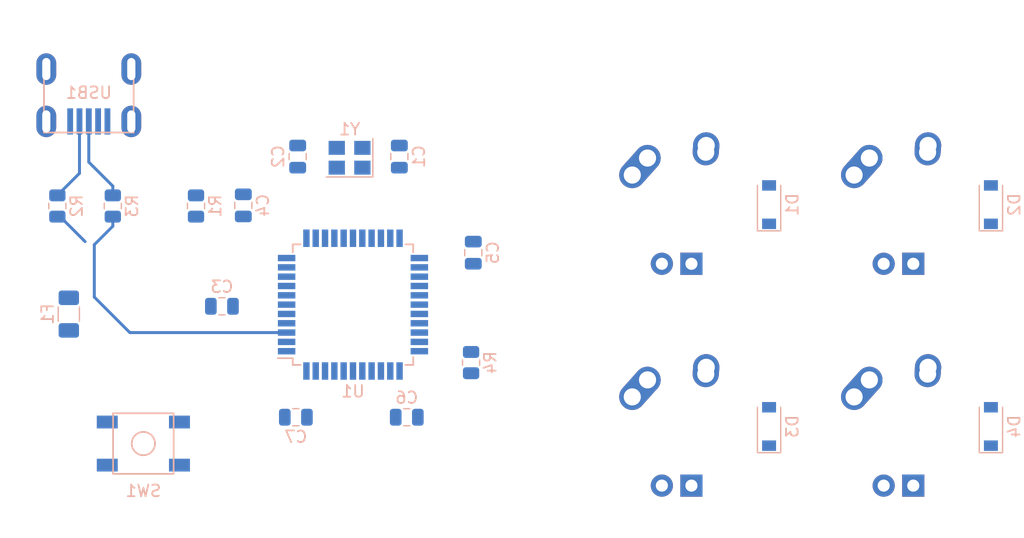
<source format=kicad_pcb>
(kicad_pcb (version 20171130) (host pcbnew "(5.1.9)-1")

  (general
    (thickness 1.6)
    (drawings 0)
    (tracks 12)
    (zones 0)
    (modules 24)
    (nets 49)
  )

  (page A4)
  (layers
    (0 F.Cu signal)
    (31 B.Cu signal)
    (32 B.Adhes user)
    (33 F.Adhes user)
    (34 B.Paste user)
    (35 F.Paste user)
    (36 B.SilkS user)
    (37 F.SilkS user)
    (38 B.Mask user)
    (39 F.Mask user)
    (40 Dwgs.User user)
    (41 Cmts.User user)
    (42 Eco1.User user)
    (43 Eco2.User user)
    (44 Edge.Cuts user)
    (45 Margin user)
    (46 B.CrtYd user)
    (47 F.CrtYd user)
    (48 B.Fab user)
    (49 F.Fab user)
  )

  (setup
    (last_trace_width 0.254)
    (trace_clearance 0.2)
    (zone_clearance 0.508)
    (zone_45_only no)
    (trace_min 0.2)
    (via_size 0.8)
    (via_drill 0.4)
    (via_min_size 0.4)
    (via_min_drill 0.3)
    (uvia_size 0.3)
    (uvia_drill 0.1)
    (uvias_allowed no)
    (uvia_min_size 0.2)
    (uvia_min_drill 0.1)
    (edge_width 0.05)
    (segment_width 0.2)
    (pcb_text_width 0.3)
    (pcb_text_size 1.5 1.5)
    (mod_edge_width 0.12)
    (mod_text_size 1 1)
    (mod_text_width 0.15)
    (pad_size 1.524 1.524)
    (pad_drill 0.762)
    (pad_to_mask_clearance 0)
    (aux_axis_origin 0 0)
    (visible_elements FFFFFF7F)
    (pcbplotparams
      (layerselection 0x010fc_ffffffff)
      (usegerberextensions false)
      (usegerberattributes true)
      (usegerberadvancedattributes true)
      (creategerberjobfile true)
      (excludeedgelayer true)
      (linewidth 0.100000)
      (plotframeref false)
      (viasonmask false)
      (mode 1)
      (useauxorigin false)
      (hpglpennumber 1)
      (hpglpenspeed 20)
      (hpglpendiameter 15.000000)
      (psnegative false)
      (psa4output false)
      (plotreference true)
      (plotvalue true)
      (plotinvisibletext false)
      (padsonsilk false)
      (subtractmaskfromsilk false)
      (outputformat 1)
      (mirror false)
      (drillshape 1)
      (scaleselection 1)
      (outputdirectory ""))
  )

  (net 0 "")
  (net 1 GND)
  (net 2 "Net-(C1-Pad1)")
  (net 3 "Net-(C2-Pad1)")
  (net 4 "Net-(C3-Pad1)")
  (net 5 +5V)
  (net 6 "Net-(D1-Pad2)")
  (net 7 ROW0)
  (net 8 "Net-(D2-Pad2)")
  (net 9 "Net-(D3-Pad2)")
  (net 10 ROW1)
  (net 11 "Net-(D4-Pad2)")
  (net 12 VCC)
  (net 13 COL0)
  (net 14 COL1)
  (net 15 "Net-(R1-Pad1)")
  (net 16 D+)
  (net 17 "Net-(R2-Pad1)")
  (net 18 D-)
  (net 19 "Net-(R3-Pad1)")
  (net 20 "Net-(R4-Pad2)")
  (net 21 "Net-(U1-Pad42)")
  (net 22 "Net-(U1-Pad41)")
  (net 23 "Net-(U1-Pad40)")
  (net 24 "Net-(U1-Pad39)")
  (net 25 "Net-(U1-Pad38)")
  (net 26 "Net-(U1-Pad37)")
  (net 27 "Net-(U1-Pad36)")
  (net 28 "Net-(U1-Pad32)")
  (net 29 "Net-(U1-Pad31)")
  (net 30 "Net-(U1-Pad30)")
  (net 31 "Net-(U1-Pad29)")
  (net 32 "Net-(U1-Pad28)")
  (net 33 "Net-(U1-Pad27)")
  (net 34 "Net-(U1-Pad26)")
  (net 35 "Net-(U1-Pad25)")
  (net 36 "Net-(U1-Pad22)")
  (net 37 "Net-(U1-Pad21)")
  (net 38 "Net-(U1-Pad20)")
  (net 39 "Net-(U1-Pad19)")
  (net 40 "Net-(U1-Pad18)")
  (net 41 "Net-(U1-Pad12)")
  (net 42 "Net-(U1-Pad11)")
  (net 43 "Net-(U1-Pad10)")
  (net 44 "Net-(U1-Pad9)")
  (net 45 "Net-(U1-Pad8)")
  (net 46 "Net-(U1-Pad1)")
  (net 47 "Net-(USB1-Pad6)")
  (net 48 "Net-(USB1-Pad2)")

  (net_class Default "This is the default net class."
    (clearance 0.2)
    (trace_width 0.254)
    (via_dia 0.8)
    (via_drill 0.4)
    (uvia_dia 0.3)
    (uvia_drill 0.1)
    (add_net COL0)
    (add_net COL1)
    (add_net D+)
    (add_net D-)
    (add_net "Net-(C1-Pad1)")
    (add_net "Net-(C2-Pad1)")
    (add_net "Net-(C3-Pad1)")
    (add_net "Net-(D1-Pad2)")
    (add_net "Net-(D2-Pad2)")
    (add_net "Net-(D3-Pad2)")
    (add_net "Net-(D4-Pad2)")
    (add_net "Net-(R1-Pad1)")
    (add_net "Net-(R2-Pad1)")
    (add_net "Net-(R3-Pad1)")
    (add_net "Net-(R4-Pad2)")
    (add_net "Net-(U1-Pad1)")
    (add_net "Net-(U1-Pad10)")
    (add_net "Net-(U1-Pad11)")
    (add_net "Net-(U1-Pad12)")
    (add_net "Net-(U1-Pad18)")
    (add_net "Net-(U1-Pad19)")
    (add_net "Net-(U1-Pad20)")
    (add_net "Net-(U1-Pad21)")
    (add_net "Net-(U1-Pad22)")
    (add_net "Net-(U1-Pad25)")
    (add_net "Net-(U1-Pad26)")
    (add_net "Net-(U1-Pad27)")
    (add_net "Net-(U1-Pad28)")
    (add_net "Net-(U1-Pad29)")
    (add_net "Net-(U1-Pad30)")
    (add_net "Net-(U1-Pad31)")
    (add_net "Net-(U1-Pad32)")
    (add_net "Net-(U1-Pad36)")
    (add_net "Net-(U1-Pad37)")
    (add_net "Net-(U1-Pad38)")
    (add_net "Net-(U1-Pad39)")
    (add_net "Net-(U1-Pad40)")
    (add_net "Net-(U1-Pad41)")
    (add_net "Net-(U1-Pad42)")
    (add_net "Net-(U1-Pad8)")
    (add_net "Net-(U1-Pad9)")
    (add_net "Net-(USB1-Pad2)")
    (add_net "Net-(USB1-Pad6)")
    (add_net ROW0)
    (add_net ROW1)
    (add_net VCC)
  )

  (net_class Power ""
    (clearance 0.2)
    (trace_width 0.381)
    (via_dia 0.8)
    (via_drill 0.4)
    (uvia_dia 0.3)
    (uvia_drill 0.1)
    (add_net +5V)
    (add_net GND)
  )

  (module Crystal:Crystal_SMD_3225-4Pin_3.2x2.5mm (layer B.Cu) (tedit 5A0FD1B2) (tstamp 60DE26D6)
    (at 41.7625 65.825 180)
    (descr "SMD Crystal SERIES SMD3225/4 http://www.txccrystal.com/images/pdf/7m-accuracy.pdf, 3.2x2.5mm^2 package")
    (tags "SMD SMT crystal")
    (path /60DEB17C)
    (attr smd)
    (fp_text reference Y1 (at 0 2.45) (layer B.SilkS)
      (effects (font (size 1 1) (thickness 0.15)) (justify mirror))
    )
    (fp_text value 16Mhz (at 0 -2.45) (layer B.Fab)
      (effects (font (size 1 1) (thickness 0.15)) (justify mirror))
    )
    (fp_text user %R (at 0 0) (layer B.Fab)
      (effects (font (size 0.7 0.7) (thickness 0.105)) (justify mirror))
    )
    (fp_line (start -1.6 1.25) (end -1.6 -1.25) (layer B.Fab) (width 0.1))
    (fp_line (start -1.6 -1.25) (end 1.6 -1.25) (layer B.Fab) (width 0.1))
    (fp_line (start 1.6 -1.25) (end 1.6 1.25) (layer B.Fab) (width 0.1))
    (fp_line (start 1.6 1.25) (end -1.6 1.25) (layer B.Fab) (width 0.1))
    (fp_line (start -1.6 -0.25) (end -0.6 -1.25) (layer B.Fab) (width 0.1))
    (fp_line (start -2 1.65) (end -2 -1.65) (layer B.SilkS) (width 0.12))
    (fp_line (start -2 -1.65) (end 2 -1.65) (layer B.SilkS) (width 0.12))
    (fp_line (start -2.1 1.7) (end -2.1 -1.7) (layer B.CrtYd) (width 0.05))
    (fp_line (start -2.1 -1.7) (end 2.1 -1.7) (layer B.CrtYd) (width 0.05))
    (fp_line (start 2.1 -1.7) (end 2.1 1.7) (layer B.CrtYd) (width 0.05))
    (fp_line (start 2.1 1.7) (end -2.1 1.7) (layer B.CrtYd) (width 0.05))
    (pad 4 smd rect (at -1.1 0.85 180) (size 1.4 1.2) (layers B.Cu B.Paste B.Mask)
      (net 1 GND))
    (pad 3 smd rect (at 1.1 0.85 180) (size 1.4 1.2) (layers B.Cu B.Paste B.Mask)
      (net 3 "Net-(C2-Pad1)"))
    (pad 2 smd rect (at 1.1 -0.85 180) (size 1.4 1.2) (layers B.Cu B.Paste B.Mask)
      (net 1 GND))
    (pad 1 smd rect (at -1.1 -0.85 180) (size 1.4 1.2) (layers B.Cu B.Paste B.Mask)
      (net 2 "Net-(C1-Pad1)"))
    (model ${KISYS3DMOD}/Crystal.3dshapes/Crystal_SMD_3225-4Pin_3.2x2.5mm.wrl
      (at (xyz 0 0 0))
      (scale (xyz 1 1 1))
      (rotate (xyz 0 0 0))
    )
  )

  (module random-keyboard-parts:Molex-0548190589 (layer B.Cu) (tedit 5C494815) (tstamp 60DE26C2)
    (at 19.36875 58.20625 270)
    (path /60DFDBDF)
    (attr smd)
    (fp_text reference USB1 (at 2.032 0) (layer B.SilkS)
      (effects (font (size 1 1) (thickness 0.15)) (justify mirror))
    )
    (fp_text value Molex-0548190589 (at -5.08 0) (layer Dwgs.User)
      (effects (font (size 1 1) (thickness 0.15)))
    )
    (fp_text user %R (at 2 0) (layer B.CrtYd)
      (effects (font (size 1 1) (thickness 0.15)) (justify mirror))
    )
    (fp_line (start -3.75 3.85) (end -3.75 -3.85) (layer Dwgs.User) (width 0.15))
    (fp_line (start -1.75 4.572) (end -1.75 -4.572) (layer Dwgs.User) (width 0.15))
    (fp_line (start -3.75 -3.85) (end 0 -3.85) (layer Dwgs.User) (width 0.15))
    (fp_line (start -3.75 3.85) (end 0 3.85) (layer Dwgs.User) (width 0.15))
    (fp_line (start 5.45 3.85) (end 5.45 -3.85) (layer B.SilkS) (width 0.15))
    (fp_line (start 0 -3.85) (end 5.45 -3.85) (layer B.SilkS) (width 0.15))
    (fp_line (start 0 3.85) (end 5.45 3.85) (layer B.SilkS) (width 0.15))
    (fp_line (start -3.75 3.75) (end 5.5 3.75) (layer B.CrtYd) (width 0.15))
    (fp_line (start 5.5 3.75) (end 5.5 -3.75) (layer B.CrtYd) (width 0.15))
    (fp_line (start 5.5 -3.75) (end -3.75 -3.75) (layer B.CrtYd) (width 0.15))
    (fp_line (start -3.75 -3.75) (end -3.75 3.75) (layer B.CrtYd) (width 0.15))
    (fp_line (start 5.5 2) (end 3.25 2) (layer B.CrtYd) (width 0.15))
    (fp_line (start 3.25 2) (end 3.25 -2) (layer B.CrtYd) (width 0.15))
    (fp_line (start 3.25 -2) (end 5.5 -2) (layer B.CrtYd) (width 0.15))
    (fp_line (start 5.5 -1.25) (end 3.25 -1.25) (layer B.CrtYd) (width 0.15))
    (fp_line (start 3.25 -0.5) (end 5.5 -0.5) (layer B.CrtYd) (width 0.15))
    (fp_line (start 5.5 0.5) (end 3.25 0.5) (layer B.CrtYd) (width 0.15))
    (fp_line (start 3.25 1.25) (end 5.5 1.25) (layer B.CrtYd) (width 0.15))
    (pad 6 thru_hole oval (at 0 3.65 270) (size 2.7 1.7) (drill oval 1.9 0.7) (layers *.Cu *.Mask)
      (net 47 "Net-(USB1-Pad6)"))
    (pad 6 thru_hole oval (at 0 -3.65 270) (size 2.7 1.7) (drill oval 1.9 0.7) (layers *.Cu *.Mask)
      (net 47 "Net-(USB1-Pad6)"))
    (pad 6 thru_hole oval (at 4.5 -3.65 270) (size 2.7 1.7) (drill oval 1.9 0.7) (layers *.Cu *.Mask)
      (net 47 "Net-(USB1-Pad6)"))
    (pad 6 thru_hole oval (at 4.5 3.65 270) (size 2.7 1.7) (drill oval 1.9 0.7) (layers *.Cu *.Mask)
      (net 47 "Net-(USB1-Pad6)"))
    (pad 5 smd rect (at 4.5 1.6 270) (size 2.25 0.5) (layers B.Cu B.Paste B.Mask)
      (net 12 VCC))
    (pad 4 smd rect (at 4.5 0.8 270) (size 2.25 0.5) (layers B.Cu B.Paste B.Mask)
      (net 18 D-))
    (pad 3 smd rect (at 4.5 0 270) (size 2.25 0.5) (layers B.Cu B.Paste B.Mask)
      (net 16 D+))
    (pad 2 smd rect (at 4.5 -0.8 270) (size 2.25 0.5) (layers B.Cu B.Paste B.Mask)
      (net 48 "Net-(USB1-Pad2)"))
    (pad 1 smd rect (at 4.5 -1.6 270) (size 2.25 0.5) (layers B.Cu B.Paste B.Mask)
      (net 1 GND))
  )

  (module Package_QFP:TQFP-44_10x10mm_P0.8mm (layer B.Cu) (tedit 5A02F146) (tstamp 60DE26A2)
    (at 42.05625 78.4375)
    (descr "44-Lead Plastic Thin Quad Flatpack (PT) - 10x10x1.0 mm Body [TQFP] (see Microchip Packaging Specification 00000049BS.pdf)")
    (tags "QFP 0.8")
    (path /60DDBFE5)
    (attr smd)
    (fp_text reference U1 (at 0 7.45) (layer B.SilkS)
      (effects (font (size 1 1) (thickness 0.15)) (justify mirror))
    )
    (fp_text value ATmega32U4-AU (at 0 -7.45) (layer B.Fab)
      (effects (font (size 1 1) (thickness 0.15)) (justify mirror))
    )
    (fp_text user %R (at 0 0) (layer B.Fab)
      (effects (font (size 1 1) (thickness 0.15)) (justify mirror))
    )
    (fp_line (start -4 5) (end 5 5) (layer B.Fab) (width 0.15))
    (fp_line (start 5 5) (end 5 -5) (layer B.Fab) (width 0.15))
    (fp_line (start 5 -5) (end -5 -5) (layer B.Fab) (width 0.15))
    (fp_line (start -5 -5) (end -5 4) (layer B.Fab) (width 0.15))
    (fp_line (start -5 4) (end -4 5) (layer B.Fab) (width 0.15))
    (fp_line (start -6.7 6.7) (end -6.7 -6.7) (layer B.CrtYd) (width 0.05))
    (fp_line (start 6.7 6.7) (end 6.7 -6.7) (layer B.CrtYd) (width 0.05))
    (fp_line (start -6.7 6.7) (end 6.7 6.7) (layer B.CrtYd) (width 0.05))
    (fp_line (start -6.7 -6.7) (end 6.7 -6.7) (layer B.CrtYd) (width 0.05))
    (fp_line (start -5.175 5.175) (end -5.175 4.6) (layer B.SilkS) (width 0.15))
    (fp_line (start 5.175 5.175) (end 5.175 4.5) (layer B.SilkS) (width 0.15))
    (fp_line (start 5.175 -5.175) (end 5.175 -4.5) (layer B.SilkS) (width 0.15))
    (fp_line (start -5.175 -5.175) (end -5.175 -4.5) (layer B.SilkS) (width 0.15))
    (fp_line (start -5.175 5.175) (end -4.5 5.175) (layer B.SilkS) (width 0.15))
    (fp_line (start -5.175 -5.175) (end -4.5 -5.175) (layer B.SilkS) (width 0.15))
    (fp_line (start 5.175 -5.175) (end 4.5 -5.175) (layer B.SilkS) (width 0.15))
    (fp_line (start 5.175 5.175) (end 4.5 5.175) (layer B.SilkS) (width 0.15))
    (fp_line (start -5.175 4.6) (end -6.45 4.6) (layer B.SilkS) (width 0.15))
    (pad 44 smd rect (at -4 5.7 270) (size 1.5 0.55) (layers B.Cu B.Paste B.Mask)
      (net 5 +5V))
    (pad 43 smd rect (at -3.2 5.7 270) (size 1.5 0.55) (layers B.Cu B.Paste B.Mask)
      (net 1 GND))
    (pad 42 smd rect (at -2.4 5.7 270) (size 1.5 0.55) (layers B.Cu B.Paste B.Mask)
      (net 21 "Net-(U1-Pad42)"))
    (pad 41 smd rect (at -1.6 5.7 270) (size 1.5 0.55) (layers B.Cu B.Paste B.Mask)
      (net 22 "Net-(U1-Pad41)"))
    (pad 40 smd rect (at -0.8 5.7 270) (size 1.5 0.55) (layers B.Cu B.Paste B.Mask)
      (net 23 "Net-(U1-Pad40)"))
    (pad 39 smd rect (at 0 5.7 270) (size 1.5 0.55) (layers B.Cu B.Paste B.Mask)
      (net 24 "Net-(U1-Pad39)"))
    (pad 38 smd rect (at 0.8 5.7 270) (size 1.5 0.55) (layers B.Cu B.Paste B.Mask)
      (net 25 "Net-(U1-Pad38)"))
    (pad 37 smd rect (at 1.6 5.7 270) (size 1.5 0.55) (layers B.Cu B.Paste B.Mask)
      (net 26 "Net-(U1-Pad37)"))
    (pad 36 smd rect (at 2.4 5.7 270) (size 1.5 0.55) (layers B.Cu B.Paste B.Mask)
      (net 27 "Net-(U1-Pad36)"))
    (pad 35 smd rect (at 3.2 5.7 270) (size 1.5 0.55) (layers B.Cu B.Paste B.Mask)
      (net 1 GND))
    (pad 34 smd rect (at 4 5.7 270) (size 1.5 0.55) (layers B.Cu B.Paste B.Mask)
      (net 5 +5V))
    (pad 33 smd rect (at 5.7 4) (size 1.5 0.55) (layers B.Cu B.Paste B.Mask)
      (net 20 "Net-(R4-Pad2)"))
    (pad 32 smd rect (at 5.7 3.2) (size 1.5 0.55) (layers B.Cu B.Paste B.Mask)
      (net 28 "Net-(U1-Pad32)"))
    (pad 31 smd rect (at 5.7 2.4) (size 1.5 0.55) (layers B.Cu B.Paste B.Mask)
      (net 29 "Net-(U1-Pad31)"))
    (pad 30 smd rect (at 5.7 1.6) (size 1.5 0.55) (layers B.Cu B.Paste B.Mask)
      (net 30 "Net-(U1-Pad30)"))
    (pad 29 smd rect (at 5.7 0.8) (size 1.5 0.55) (layers B.Cu B.Paste B.Mask)
      (net 31 "Net-(U1-Pad29)"))
    (pad 28 smd rect (at 5.7 0) (size 1.5 0.55) (layers B.Cu B.Paste B.Mask)
      (net 32 "Net-(U1-Pad28)"))
    (pad 27 smd rect (at 5.7 -0.8) (size 1.5 0.55) (layers B.Cu B.Paste B.Mask)
      (net 33 "Net-(U1-Pad27)"))
    (pad 26 smd rect (at 5.7 -1.6) (size 1.5 0.55) (layers B.Cu B.Paste B.Mask)
      (net 34 "Net-(U1-Pad26)"))
    (pad 25 smd rect (at 5.7 -2.4) (size 1.5 0.55) (layers B.Cu B.Paste B.Mask)
      (net 35 "Net-(U1-Pad25)"))
    (pad 24 smd rect (at 5.7 -3.2) (size 1.5 0.55) (layers B.Cu B.Paste B.Mask)
      (net 5 +5V))
    (pad 23 smd rect (at 5.7 -4) (size 1.5 0.55) (layers B.Cu B.Paste B.Mask)
      (net 1 GND))
    (pad 22 smd rect (at 4 -5.7 270) (size 1.5 0.55) (layers B.Cu B.Paste B.Mask)
      (net 36 "Net-(U1-Pad22)"))
    (pad 21 smd rect (at 3.2 -5.7 270) (size 1.5 0.55) (layers B.Cu B.Paste B.Mask)
      (net 37 "Net-(U1-Pad21)"))
    (pad 20 smd rect (at 2.4 -5.7 270) (size 1.5 0.55) (layers B.Cu B.Paste B.Mask)
      (net 38 "Net-(U1-Pad20)"))
    (pad 19 smd rect (at 1.6 -5.7 270) (size 1.5 0.55) (layers B.Cu B.Paste B.Mask)
      (net 39 "Net-(U1-Pad19)"))
    (pad 18 smd rect (at 0.8 -5.7 270) (size 1.5 0.55) (layers B.Cu B.Paste B.Mask)
      (net 40 "Net-(U1-Pad18)"))
    (pad 17 smd rect (at 0 -5.7 270) (size 1.5 0.55) (layers B.Cu B.Paste B.Mask)
      (net 2 "Net-(C1-Pad1)"))
    (pad 16 smd rect (at -0.8 -5.7 270) (size 1.5 0.55) (layers B.Cu B.Paste B.Mask)
      (net 3 "Net-(C2-Pad1)"))
    (pad 15 smd rect (at -1.6 -5.7 270) (size 1.5 0.55) (layers B.Cu B.Paste B.Mask)
      (net 1 GND))
    (pad 14 smd rect (at -2.4 -5.7 270) (size 1.5 0.55) (layers B.Cu B.Paste B.Mask)
      (net 5 +5V))
    (pad 13 smd rect (at -3.2 -5.7 270) (size 1.5 0.55) (layers B.Cu B.Paste B.Mask)
      (net 15 "Net-(R1-Pad1)"))
    (pad 12 smd rect (at -4 -5.7 270) (size 1.5 0.55) (layers B.Cu B.Paste B.Mask)
      (net 41 "Net-(U1-Pad12)"))
    (pad 11 smd rect (at -5.7 -4) (size 1.5 0.55) (layers B.Cu B.Paste B.Mask)
      (net 42 "Net-(U1-Pad11)"))
    (pad 10 smd rect (at -5.7 -3.2) (size 1.5 0.55) (layers B.Cu B.Paste B.Mask)
      (net 43 "Net-(U1-Pad10)"))
    (pad 9 smd rect (at -5.7 -2.4) (size 1.5 0.55) (layers B.Cu B.Paste B.Mask)
      (net 44 "Net-(U1-Pad9)"))
    (pad 8 smd rect (at -5.7 -1.6) (size 1.5 0.55) (layers B.Cu B.Paste B.Mask)
      (net 45 "Net-(U1-Pad8)"))
    (pad 7 smd rect (at -5.7 -0.8) (size 1.5 0.55) (layers B.Cu B.Paste B.Mask)
      (net 5 +5V))
    (pad 6 smd rect (at -5.7 0) (size 1.5 0.55) (layers B.Cu B.Paste B.Mask)
      (net 4 "Net-(C3-Pad1)"))
    (pad 5 smd rect (at -5.7 0.8) (size 1.5 0.55) (layers B.Cu B.Paste B.Mask)
      (net 1 GND))
    (pad 4 smd rect (at -5.7 1.6) (size 1.5 0.55) (layers B.Cu B.Paste B.Mask)
      (net 17 "Net-(R2-Pad1)"))
    (pad 3 smd rect (at -5.7 2.4) (size 1.5 0.55) (layers B.Cu B.Paste B.Mask)
      (net 19 "Net-(R3-Pad1)"))
    (pad 2 smd rect (at -5.7 3.2) (size 1.5 0.55) (layers B.Cu B.Paste B.Mask)
      (net 5 +5V))
    (pad 1 smd rect (at -5.7 4) (size 1.5 0.55) (layers B.Cu B.Paste B.Mask)
      (net 46 "Net-(U1-Pad1)"))
    (model ${KISYS3DMOD}/Package_QFP.3dshapes/TQFP-44_10x10mm_P0.8mm.wrl
      (at (xyz 0 0 0))
      (scale (xyz 1 1 1))
      (rotate (xyz 0 0 0))
    )
  )

  (module random-keyboard-parts:SKQG-1155865 (layer B.Cu) (tedit 5E62B398) (tstamp 60DE265F)
    (at 24.055 90.369 180)
    (path /60DF449B)
    (attr smd)
    (fp_text reference SW1 (at 0 -4.064 180) (layer B.SilkS)
      (effects (font (size 1 1) (thickness 0.15)) (justify mirror))
    )
    (fp_text value SW_Push (at 0 4.064 180) (layer B.Fab)
      (effects (font (size 1 1) (thickness 0.15)) (justify mirror))
    )
    (fp_line (start -2.6 -1.1) (end -1.1 -2.6) (layer B.Fab) (width 0.15))
    (fp_line (start 2.6 -1.1) (end 1.1 -2.6) (layer B.Fab) (width 0.15))
    (fp_line (start 2.6 1.1) (end 1.1 2.6) (layer B.Fab) (width 0.15))
    (fp_line (start -2.6 1.1) (end -1.1 2.6) (layer B.Fab) (width 0.15))
    (fp_circle (center 0 0) (end 1 0) (layer B.Fab) (width 0.15))
    (fp_line (start -4.2 1.1) (end -4.2 2.6) (layer B.Fab) (width 0.15))
    (fp_line (start -2.6 1.1) (end -4.2 1.1) (layer B.Fab) (width 0.15))
    (fp_line (start -2.6 -1.1) (end -2.6 1.1) (layer B.Fab) (width 0.15))
    (fp_line (start -4.2 -1.1) (end -2.6 -1.1) (layer B.Fab) (width 0.15))
    (fp_line (start -4.2 -2.6) (end -4.2 -1.1) (layer B.Fab) (width 0.15))
    (fp_line (start 4.2 -2.6) (end -4.2 -2.6) (layer B.Fab) (width 0.15))
    (fp_line (start 4.2 -1.1) (end 4.2 -2.6) (layer B.Fab) (width 0.15))
    (fp_line (start 2.6 -1.1) (end 4.2 -1.1) (layer B.Fab) (width 0.15))
    (fp_line (start 2.6 1.1) (end 2.6 -1.1) (layer B.Fab) (width 0.15))
    (fp_line (start 4.2 1.1) (end 2.6 1.1) (layer B.Fab) (width 0.15))
    (fp_line (start 4.2 2.6) (end 4.2 1.2) (layer B.Fab) (width 0.15))
    (fp_line (start -4.2 2.6) (end 4.2 2.6) (layer B.Fab) (width 0.15))
    (fp_circle (center 0 0) (end 1 0) (layer B.SilkS) (width 0.15))
    (fp_line (start -2.6 -2.6) (end -2.6 2.6) (layer B.SilkS) (width 0.15))
    (fp_line (start 2.6 -2.6) (end -2.6 -2.6) (layer B.SilkS) (width 0.15))
    (fp_line (start 2.6 2.6) (end 2.6 -2.6) (layer B.SilkS) (width 0.15))
    (fp_line (start -2.6 2.6) (end 2.6 2.6) (layer B.SilkS) (width 0.15))
    (pad 4 smd rect (at -3.1 -1.85 180) (size 1.8 1.1) (layers B.Cu B.Paste B.Mask))
    (pad 3 smd rect (at 3.1 1.85 180) (size 1.8 1.1) (layers B.Cu B.Paste B.Mask))
    (pad 2 smd rect (at -3.1 1.85 180) (size 1.8 1.1) (layers B.Cu B.Paste B.Mask)
      (net 15 "Net-(R1-Pad1)"))
    (pad 1 smd rect (at 3.1 -1.85 180) (size 1.8 1.1) (layers B.Cu B.Paste B.Mask)
      (net 1 GND))
    (model ${KISYS3DMOD}/Button_Switch_SMD.3dshapes/SW_SPST_TL3342.step
      (at (xyz 0 0 0))
      (scale (xyz 1 1 1))
      (rotate (xyz 0 0 0))
    )
  )

  (module Resistor_SMD:R_0805_2012Metric (layer B.Cu) (tedit 5F68FEEE) (tstamp 60DE2641)
    (at 52.197 83.4155 90)
    (descr "Resistor SMD 0805 (2012 Metric), square (rectangular) end terminal, IPC_7351 nominal, (Body size source: IPC-SM-782 page 72, https://www.pcb-3d.com/wordpress/wp-content/uploads/ipc-sm-782a_amendment_1_and_2.pdf), generated with kicad-footprint-generator")
    (tags resistor)
    (path /60DDFCA7)
    (attr smd)
    (fp_text reference R4 (at 0 1.65 270) (layer B.SilkS)
      (effects (font (size 1 1) (thickness 0.15)) (justify mirror))
    )
    (fp_text value 10k (at 0 -1.65 270) (layer B.Fab)
      (effects (font (size 1 1) (thickness 0.15)) (justify mirror))
    )
    (fp_text user %R (at 0 0 270) (layer B.Fab)
      (effects (font (size 0.5 0.5) (thickness 0.08)) (justify mirror))
    )
    (fp_line (start -1 -0.625) (end -1 0.625) (layer B.Fab) (width 0.1))
    (fp_line (start -1 0.625) (end 1 0.625) (layer B.Fab) (width 0.1))
    (fp_line (start 1 0.625) (end 1 -0.625) (layer B.Fab) (width 0.1))
    (fp_line (start 1 -0.625) (end -1 -0.625) (layer B.Fab) (width 0.1))
    (fp_line (start -0.227064 0.735) (end 0.227064 0.735) (layer B.SilkS) (width 0.12))
    (fp_line (start -0.227064 -0.735) (end 0.227064 -0.735) (layer B.SilkS) (width 0.12))
    (fp_line (start -1.68 -0.95) (end -1.68 0.95) (layer B.CrtYd) (width 0.05))
    (fp_line (start -1.68 0.95) (end 1.68 0.95) (layer B.CrtYd) (width 0.05))
    (fp_line (start 1.68 0.95) (end 1.68 -0.95) (layer B.CrtYd) (width 0.05))
    (fp_line (start 1.68 -0.95) (end -1.68 -0.95) (layer B.CrtYd) (width 0.05))
    (pad 2 smd roundrect (at 0.9125 0 90) (size 1.025 1.4) (layers B.Cu B.Paste B.Mask) (roundrect_rratio 0.243902)
      (net 20 "Net-(R4-Pad2)"))
    (pad 1 smd roundrect (at -0.9125 0 90) (size 1.025 1.4) (layers B.Cu B.Paste B.Mask) (roundrect_rratio 0.243902)
      (net 1 GND))
    (model ${KISYS3DMOD}/Resistor_SMD.3dshapes/R_0805_2012Metric.wrl
      (at (xyz 0 0 0))
      (scale (xyz 1 1 1))
      (rotate (xyz 0 0 0))
    )
  )

  (module Resistor_SMD:R_0805_2012Metric (layer B.Cu) (tedit 5F68FEEE) (tstamp 60DE3A5C)
    (at 21.43125 69.96875 90)
    (descr "Resistor SMD 0805 (2012 Metric), square (rectangular) end terminal, IPC_7351 nominal, (Body size source: IPC-SM-782 page 72, https://www.pcb-3d.com/wordpress/wp-content/uploads/ipc-sm-782a_amendment_1_and_2.pdf), generated with kicad-footprint-generator")
    (tags resistor)
    (path /60DE283C)
    (attr smd)
    (fp_text reference R3 (at 0 1.65 90) (layer B.SilkS)
      (effects (font (size 1 1) (thickness 0.15)) (justify mirror))
    )
    (fp_text value 22 (at 0 -1.65 90) (layer B.Fab)
      (effects (font (size 1 1) (thickness 0.15)) (justify mirror))
    )
    (fp_text user %R (at 0 0 90) (layer B.Fab)
      (effects (font (size 0.5 0.5) (thickness 0.08)) (justify mirror))
    )
    (fp_line (start -1 -0.625) (end -1 0.625) (layer B.Fab) (width 0.1))
    (fp_line (start -1 0.625) (end 1 0.625) (layer B.Fab) (width 0.1))
    (fp_line (start 1 0.625) (end 1 -0.625) (layer B.Fab) (width 0.1))
    (fp_line (start 1 -0.625) (end -1 -0.625) (layer B.Fab) (width 0.1))
    (fp_line (start -0.227064 0.735) (end 0.227064 0.735) (layer B.SilkS) (width 0.12))
    (fp_line (start -0.227064 -0.735) (end 0.227064 -0.735) (layer B.SilkS) (width 0.12))
    (fp_line (start -1.68 -0.95) (end -1.68 0.95) (layer B.CrtYd) (width 0.05))
    (fp_line (start -1.68 0.95) (end 1.68 0.95) (layer B.CrtYd) (width 0.05))
    (fp_line (start 1.68 0.95) (end 1.68 -0.95) (layer B.CrtYd) (width 0.05))
    (fp_line (start 1.68 -0.95) (end -1.68 -0.95) (layer B.CrtYd) (width 0.05))
    (pad 2 smd roundrect (at 0.9125 0 90) (size 1.025 1.4) (layers B.Cu B.Paste B.Mask) (roundrect_rratio 0.243902)
      (net 18 D-))
    (pad 1 smd roundrect (at -0.9125 0 90) (size 1.025 1.4) (layers B.Cu B.Paste B.Mask) (roundrect_rratio 0.243902)
      (net 19 "Net-(R3-Pad1)"))
    (model ${KISYS3DMOD}/Resistor_SMD.3dshapes/R_0805_2012Metric.wrl
      (at (xyz 0 0 0))
      (scale (xyz 1 1 1))
      (rotate (xyz 0 0 0))
    )
  )

  (module Resistor_SMD:R_0805_2012Metric (layer B.Cu) (tedit 5F68FEEE) (tstamp 60DE261F)
    (at 16.66875 69.96875 90)
    (descr "Resistor SMD 0805 (2012 Metric), square (rectangular) end terminal, IPC_7351 nominal, (Body size source: IPC-SM-782 page 72, https://www.pcb-3d.com/wordpress/wp-content/uploads/ipc-sm-782a_amendment_1_and_2.pdf), generated with kicad-footprint-generator")
    (tags resistor)
    (path /60DE1C2B)
    (attr smd)
    (fp_text reference R2 (at 0 1.65 270) (layer B.SilkS)
      (effects (font (size 1 1) (thickness 0.15)) (justify mirror))
    )
    (fp_text value 22 (at 0 -1.65 270) (layer B.Fab)
      (effects (font (size 1 1) (thickness 0.15)) (justify mirror))
    )
    (fp_text user %R (at 0 0 270) (layer B.Fab)
      (effects (font (size 0.5 0.5) (thickness 0.08)) (justify mirror))
    )
    (fp_line (start -1 -0.625) (end -1 0.625) (layer B.Fab) (width 0.1))
    (fp_line (start -1 0.625) (end 1 0.625) (layer B.Fab) (width 0.1))
    (fp_line (start 1 0.625) (end 1 -0.625) (layer B.Fab) (width 0.1))
    (fp_line (start 1 -0.625) (end -1 -0.625) (layer B.Fab) (width 0.1))
    (fp_line (start -0.227064 0.735) (end 0.227064 0.735) (layer B.SilkS) (width 0.12))
    (fp_line (start -0.227064 -0.735) (end 0.227064 -0.735) (layer B.SilkS) (width 0.12))
    (fp_line (start -1.68 -0.95) (end -1.68 0.95) (layer B.CrtYd) (width 0.05))
    (fp_line (start -1.68 0.95) (end 1.68 0.95) (layer B.CrtYd) (width 0.05))
    (fp_line (start 1.68 0.95) (end 1.68 -0.95) (layer B.CrtYd) (width 0.05))
    (fp_line (start 1.68 -0.95) (end -1.68 -0.95) (layer B.CrtYd) (width 0.05))
    (pad 2 smd roundrect (at 0.9125 0 90) (size 1.025 1.4) (layers B.Cu B.Paste B.Mask) (roundrect_rratio 0.243902)
      (net 16 D+))
    (pad 1 smd roundrect (at -0.9125 0 90) (size 1.025 1.4) (layers B.Cu B.Paste B.Mask) (roundrect_rratio 0.243902)
      (net 17 "Net-(R2-Pad1)"))
    (model ${KISYS3DMOD}/Resistor_SMD.3dshapes/R_0805_2012Metric.wrl
      (at (xyz 0 0 0))
      (scale (xyz 1 1 1))
      (rotate (xyz 0 0 0))
    )
  )

  (module Resistor_SMD:R_0805_2012Metric (layer B.Cu) (tedit 5F68FEEE) (tstamp 60DE3978)
    (at 28.575 69.96875 90)
    (descr "Resistor SMD 0805 (2012 Metric), square (rectangular) end terminal, IPC_7351 nominal, (Body size source: IPC-SM-782 page 72, https://www.pcb-3d.com/wordpress/wp-content/uploads/ipc-sm-782a_amendment_1_and_2.pdf), generated with kicad-footprint-generator")
    (tags resistor)
    (path /60DFAA04)
    (attr smd)
    (fp_text reference R1 (at 0 1.65 90) (layer B.SilkS)
      (effects (font (size 1 1) (thickness 0.15)) (justify mirror))
    )
    (fp_text value 10k (at 0 -1.65 90) (layer B.Fab)
      (effects (font (size 1 1) (thickness 0.15)) (justify mirror))
    )
    (fp_text user %R (at 0 0 90) (layer B.Fab)
      (effects (font (size 0.5 0.5) (thickness 0.08)) (justify mirror))
    )
    (fp_line (start -1 -0.625) (end -1 0.625) (layer B.Fab) (width 0.1))
    (fp_line (start -1 0.625) (end 1 0.625) (layer B.Fab) (width 0.1))
    (fp_line (start 1 0.625) (end 1 -0.625) (layer B.Fab) (width 0.1))
    (fp_line (start 1 -0.625) (end -1 -0.625) (layer B.Fab) (width 0.1))
    (fp_line (start -0.227064 0.735) (end 0.227064 0.735) (layer B.SilkS) (width 0.12))
    (fp_line (start -0.227064 -0.735) (end 0.227064 -0.735) (layer B.SilkS) (width 0.12))
    (fp_line (start -1.68 -0.95) (end -1.68 0.95) (layer B.CrtYd) (width 0.05))
    (fp_line (start -1.68 0.95) (end 1.68 0.95) (layer B.CrtYd) (width 0.05))
    (fp_line (start 1.68 0.95) (end 1.68 -0.95) (layer B.CrtYd) (width 0.05))
    (fp_line (start 1.68 -0.95) (end -1.68 -0.95) (layer B.CrtYd) (width 0.05))
    (pad 2 smd roundrect (at 0.9125 0 90) (size 1.025 1.4) (layers B.Cu B.Paste B.Mask) (roundrect_rratio 0.243902)
      (net 5 +5V))
    (pad 1 smd roundrect (at -0.9125 0 90) (size 1.025 1.4) (layers B.Cu B.Paste B.Mask) (roundrect_rratio 0.243902)
      (net 15 "Net-(R1-Pad1)"))
    (model ${KISYS3DMOD}/Resistor_SMD.3dshapes/R_0805_2012Metric.wrl
      (at (xyz 0 0 0))
      (scale (xyz 1 1 1))
      (rotate (xyz 0 0 0))
    )
  )

  (module MX_Alps_Hybrid:MX-1U (layer F.Cu) (tedit 5A9F3A9A) (tstamp 60DE25FD)
    (at 88.9 88.9)
    (path /60E1AC3F)
    (fp_text reference MX4 (at 0 3.175) (layer Dwgs.User)
      (effects (font (size 1 1) (thickness 0.15)))
    )
    (fp_text value MX-NoLED (at 0 -7.9375) (layer Dwgs.User)
      (effects (font (size 1 1) (thickness 0.15)))
    )
    (fp_line (start 5 -7) (end 7 -7) (layer Dwgs.User) (width 0.15))
    (fp_line (start 7 -7) (end 7 -5) (layer Dwgs.User) (width 0.15))
    (fp_line (start 5 7) (end 7 7) (layer Dwgs.User) (width 0.15))
    (fp_line (start 7 7) (end 7 5) (layer Dwgs.User) (width 0.15))
    (fp_line (start -7 5) (end -7 7) (layer Dwgs.User) (width 0.15))
    (fp_line (start -7 7) (end -5 7) (layer Dwgs.User) (width 0.15))
    (fp_line (start -5 -7) (end -7 -7) (layer Dwgs.User) (width 0.15))
    (fp_line (start -7 -7) (end -7 -5) (layer Dwgs.User) (width 0.15))
    (fp_line (start -9.525 -9.525) (end 9.525 -9.525) (layer Dwgs.User) (width 0.15))
    (fp_line (start 9.525 -9.525) (end 9.525 9.525) (layer Dwgs.User) (width 0.15))
    (fp_line (start 9.525 9.525) (end -9.525 9.525) (layer Dwgs.User) (width 0.15))
    (fp_line (start -9.525 9.525) (end -9.525 -9.525) (layer Dwgs.User) (width 0.15))
    (pad "" np_thru_hole circle (at 5.08 0 48.0996) (size 1.75 1.75) (drill 1.75) (layers *.Cu *.Mask))
    (pad "" np_thru_hole circle (at -5.08 0 48.0996) (size 1.75 1.75) (drill 1.75) (layers *.Cu *.Mask))
    (pad 4 thru_hole rect (at 1.27 5.08) (size 1.905 1.905) (drill 1.04) (layers *.Cu B.Mask))
    (pad 3 thru_hole circle (at -1.27 5.08) (size 1.905 1.905) (drill 1.04) (layers *.Cu B.Mask))
    (pad 1 thru_hole circle (at -2.5 -4) (size 2.25 2.25) (drill 1.47) (layers *.Cu B.Mask)
      (net 14 COL1))
    (pad "" np_thru_hole circle (at 0 0) (size 3.9878 3.9878) (drill 3.9878) (layers *.Cu *.Mask))
    (pad 1 thru_hole oval (at -3.81 -2.54 48.0996) (size 4.211556 2.25) (drill 1.47 (offset 0.980778 0)) (layers *.Cu B.Mask)
      (net 14 COL1))
    (pad 2 thru_hole circle (at 2.54 -5.08) (size 2.25 2.25) (drill 1.47) (layers *.Cu B.Mask)
      (net 11 "Net-(D4-Pad2)"))
    (pad 2 thru_hole oval (at 2.5 -4.5 86.0548) (size 2.831378 2.25) (drill 1.47 (offset 0.290689 0)) (layers *.Cu B.Mask)
      (net 11 "Net-(D4-Pad2)"))
  )

  (module MX_Alps_Hybrid:MX-1U (layer F.Cu) (tedit 5A9F3A9A) (tstamp 60DE25E4)
    (at 69.85 88.9)
    (path /60E1A6C0)
    (fp_text reference MX3 (at 0 3.175) (layer Dwgs.User)
      (effects (font (size 1 1) (thickness 0.15)))
    )
    (fp_text value MX-NoLED (at 0 -7.9375) (layer Dwgs.User)
      (effects (font (size 1 1) (thickness 0.15)))
    )
    (fp_line (start 5 -7) (end 7 -7) (layer Dwgs.User) (width 0.15))
    (fp_line (start 7 -7) (end 7 -5) (layer Dwgs.User) (width 0.15))
    (fp_line (start 5 7) (end 7 7) (layer Dwgs.User) (width 0.15))
    (fp_line (start 7 7) (end 7 5) (layer Dwgs.User) (width 0.15))
    (fp_line (start -7 5) (end -7 7) (layer Dwgs.User) (width 0.15))
    (fp_line (start -7 7) (end -5 7) (layer Dwgs.User) (width 0.15))
    (fp_line (start -5 -7) (end -7 -7) (layer Dwgs.User) (width 0.15))
    (fp_line (start -7 -7) (end -7 -5) (layer Dwgs.User) (width 0.15))
    (fp_line (start -9.525 -9.525) (end 9.525 -9.525) (layer Dwgs.User) (width 0.15))
    (fp_line (start 9.525 -9.525) (end 9.525 9.525) (layer Dwgs.User) (width 0.15))
    (fp_line (start 9.525 9.525) (end -9.525 9.525) (layer Dwgs.User) (width 0.15))
    (fp_line (start -9.525 9.525) (end -9.525 -9.525) (layer Dwgs.User) (width 0.15))
    (pad "" np_thru_hole circle (at 5.08 0 48.0996) (size 1.75 1.75) (drill 1.75) (layers *.Cu *.Mask))
    (pad "" np_thru_hole circle (at -5.08 0 48.0996) (size 1.75 1.75) (drill 1.75) (layers *.Cu *.Mask))
    (pad 4 thru_hole rect (at 1.27 5.08) (size 1.905 1.905) (drill 1.04) (layers *.Cu B.Mask))
    (pad 3 thru_hole circle (at -1.27 5.08) (size 1.905 1.905) (drill 1.04) (layers *.Cu B.Mask))
    (pad 1 thru_hole circle (at -2.5 -4) (size 2.25 2.25) (drill 1.47) (layers *.Cu B.Mask)
      (net 13 COL0))
    (pad "" np_thru_hole circle (at 0 0) (size 3.9878 3.9878) (drill 3.9878) (layers *.Cu *.Mask))
    (pad 1 thru_hole oval (at -3.81 -2.54 48.0996) (size 4.211556 2.25) (drill 1.47 (offset 0.980778 0)) (layers *.Cu B.Mask)
      (net 13 COL0))
    (pad 2 thru_hole circle (at 2.54 -5.08) (size 2.25 2.25) (drill 1.47) (layers *.Cu B.Mask)
      (net 9 "Net-(D3-Pad2)"))
    (pad 2 thru_hole oval (at 2.5 -4.5 86.0548) (size 2.831378 2.25) (drill 1.47 (offset 0.290689 0)) (layers *.Cu B.Mask)
      (net 9 "Net-(D3-Pad2)"))
  )

  (module MX_Alps_Hybrid:MX-1U (layer F.Cu) (tedit 5A9F3A9A) (tstamp 60DE347B)
    (at 88.9 69.85)
    (path /60E17B27)
    (fp_text reference MX2 (at 0 3.175) (layer Dwgs.User)
      (effects (font (size 1 1) (thickness 0.15)))
    )
    (fp_text value MX-NoLED (at 0 -7.9375) (layer Dwgs.User)
      (effects (font (size 1 1) (thickness 0.15)))
    )
    (fp_line (start 5 -7) (end 7 -7) (layer Dwgs.User) (width 0.15))
    (fp_line (start 7 -7) (end 7 -5) (layer Dwgs.User) (width 0.15))
    (fp_line (start 5 7) (end 7 7) (layer Dwgs.User) (width 0.15))
    (fp_line (start 7 7) (end 7 5) (layer Dwgs.User) (width 0.15))
    (fp_line (start -7 5) (end -7 7) (layer Dwgs.User) (width 0.15))
    (fp_line (start -7 7) (end -5 7) (layer Dwgs.User) (width 0.15))
    (fp_line (start -5 -7) (end -7 -7) (layer Dwgs.User) (width 0.15))
    (fp_line (start -7 -7) (end -7 -5) (layer Dwgs.User) (width 0.15))
    (fp_line (start -9.525 -9.525) (end 9.525 -9.525) (layer Dwgs.User) (width 0.15))
    (fp_line (start 9.525 -9.525) (end 9.525 9.525) (layer Dwgs.User) (width 0.15))
    (fp_line (start 9.525 9.525) (end -9.525 9.525) (layer Dwgs.User) (width 0.15))
    (fp_line (start -9.525 9.525) (end -9.525 -9.525) (layer Dwgs.User) (width 0.15))
    (pad "" np_thru_hole circle (at 5.08 0 48.0996) (size 1.75 1.75) (drill 1.75) (layers *.Cu *.Mask))
    (pad "" np_thru_hole circle (at -5.08 0 48.0996) (size 1.75 1.75) (drill 1.75) (layers *.Cu *.Mask))
    (pad 4 thru_hole rect (at 1.27 5.08) (size 1.905 1.905) (drill 1.04) (layers *.Cu B.Mask))
    (pad 3 thru_hole circle (at -1.27 5.08) (size 1.905 1.905) (drill 1.04) (layers *.Cu B.Mask))
    (pad 1 thru_hole circle (at -2.5 -4) (size 2.25 2.25) (drill 1.47) (layers *.Cu B.Mask)
      (net 14 COL1))
    (pad "" np_thru_hole circle (at 0 0) (size 3.9878 3.9878) (drill 3.9878) (layers *.Cu *.Mask))
    (pad 1 thru_hole oval (at -3.81 -2.54 48.0996) (size 4.211556 2.25) (drill 1.47 (offset 0.980778 0)) (layers *.Cu B.Mask)
      (net 14 COL1))
    (pad 2 thru_hole circle (at 2.54 -5.08) (size 2.25 2.25) (drill 1.47) (layers *.Cu B.Mask)
      (net 8 "Net-(D2-Pad2)"))
    (pad 2 thru_hole oval (at 2.5 -4.5 86.0548) (size 2.831378 2.25) (drill 1.47 (offset 0.290689 0)) (layers *.Cu B.Mask)
      (net 8 "Net-(D2-Pad2)"))
  )

  (module MX_Alps_Hybrid:MX-1U (layer F.Cu) (tedit 5A9F3A9A) (tstamp 60DE25B2)
    (at 69.85 69.85)
    (path /60E09BBF)
    (fp_text reference MX1 (at 0 3.175) (layer Dwgs.User)
      (effects (font (size 1 1) (thickness 0.15)))
    )
    (fp_text value MX-NoLED (at 0 -7.9375) (layer Dwgs.User)
      (effects (font (size 1 1) (thickness 0.15)))
    )
    (fp_line (start 5 -7) (end 7 -7) (layer Dwgs.User) (width 0.15))
    (fp_line (start 7 -7) (end 7 -5) (layer Dwgs.User) (width 0.15))
    (fp_line (start 5 7) (end 7 7) (layer Dwgs.User) (width 0.15))
    (fp_line (start 7 7) (end 7 5) (layer Dwgs.User) (width 0.15))
    (fp_line (start -7 5) (end -7 7) (layer Dwgs.User) (width 0.15))
    (fp_line (start -7 7) (end -5 7) (layer Dwgs.User) (width 0.15))
    (fp_line (start -5 -7) (end -7 -7) (layer Dwgs.User) (width 0.15))
    (fp_line (start -7 -7) (end -7 -5) (layer Dwgs.User) (width 0.15))
    (fp_line (start -9.525 -9.525) (end 9.525 -9.525) (layer Dwgs.User) (width 0.15))
    (fp_line (start 9.525 -9.525) (end 9.525 9.525) (layer Dwgs.User) (width 0.15))
    (fp_line (start 9.525 9.525) (end -9.525 9.525) (layer Dwgs.User) (width 0.15))
    (fp_line (start -9.525 9.525) (end -9.525 -9.525) (layer Dwgs.User) (width 0.15))
    (pad "" np_thru_hole circle (at 5.08 0 48.0996) (size 1.75 1.75) (drill 1.75) (layers *.Cu *.Mask))
    (pad "" np_thru_hole circle (at -5.08 0 48.0996) (size 1.75 1.75) (drill 1.75) (layers *.Cu *.Mask))
    (pad 4 thru_hole rect (at 1.27 5.08) (size 1.905 1.905) (drill 1.04) (layers *.Cu B.Mask))
    (pad 3 thru_hole circle (at -1.27 5.08) (size 1.905 1.905) (drill 1.04) (layers *.Cu B.Mask))
    (pad 1 thru_hole circle (at -2.5 -4) (size 2.25 2.25) (drill 1.47) (layers *.Cu B.Mask)
      (net 13 COL0))
    (pad "" np_thru_hole circle (at 0 0) (size 3.9878 3.9878) (drill 3.9878) (layers *.Cu *.Mask))
    (pad 1 thru_hole oval (at -3.81 -2.54 48.0996) (size 4.211556 2.25) (drill 1.47 (offset 0.980778 0)) (layers *.Cu B.Mask)
      (net 13 COL0))
    (pad 2 thru_hole circle (at 2.54 -5.08) (size 2.25 2.25) (drill 1.47) (layers *.Cu B.Mask)
      (net 6 "Net-(D1-Pad2)"))
    (pad 2 thru_hole oval (at 2.5 -4.5 86.0548) (size 2.831378 2.25) (drill 1.47 (offset 0.290689 0)) (layers *.Cu B.Mask)
      (net 6 "Net-(D1-Pad2)"))
  )

  (module Fuse:Fuse_1206_3216Metric (layer B.Cu) (tedit 5F68FEF1) (tstamp 60DE2599)
    (at 17.653 79.251 270)
    (descr "Fuse SMD 1206 (3216 Metric), square (rectangular) end terminal, IPC_7351 nominal, (Body size source: http://www.tortai-tech.com/upload/download/2011102023233369053.pdf), generated with kicad-footprint-generator")
    (tags fuse)
    (path /60DFF173)
    (attr smd)
    (fp_text reference F1 (at 0 1.82 270) (layer B.SilkS)
      (effects (font (size 1 1) (thickness 0.15)) (justify mirror))
    )
    (fp_text value Polyfuse_Small (at 0 -1.82 270) (layer B.Fab)
      (effects (font (size 1 1) (thickness 0.15)) (justify mirror))
    )
    (fp_text user %R (at 0 0 270) (layer B.Fab)
      (effects (font (size 0.8 0.8) (thickness 0.12)) (justify mirror))
    )
    (fp_line (start -1.6 -0.8) (end -1.6 0.8) (layer B.Fab) (width 0.1))
    (fp_line (start -1.6 0.8) (end 1.6 0.8) (layer B.Fab) (width 0.1))
    (fp_line (start 1.6 0.8) (end 1.6 -0.8) (layer B.Fab) (width 0.1))
    (fp_line (start 1.6 -0.8) (end -1.6 -0.8) (layer B.Fab) (width 0.1))
    (fp_line (start -0.602064 0.91) (end 0.602064 0.91) (layer B.SilkS) (width 0.12))
    (fp_line (start -0.602064 -0.91) (end 0.602064 -0.91) (layer B.SilkS) (width 0.12))
    (fp_line (start -2.28 -1.12) (end -2.28 1.12) (layer B.CrtYd) (width 0.05))
    (fp_line (start -2.28 1.12) (end 2.28 1.12) (layer B.CrtYd) (width 0.05))
    (fp_line (start 2.28 1.12) (end 2.28 -1.12) (layer B.CrtYd) (width 0.05))
    (fp_line (start 2.28 -1.12) (end -2.28 -1.12) (layer B.CrtYd) (width 0.05))
    (pad 2 smd roundrect (at 1.4 0 270) (size 1.25 1.75) (layers B.Cu B.Paste B.Mask) (roundrect_rratio 0.2)
      (net 12 VCC))
    (pad 1 smd roundrect (at -1.4 0 270) (size 1.25 1.75) (layers B.Cu B.Paste B.Mask) (roundrect_rratio 0.2)
      (net 5 +5V))
    (model ${KISYS3DMOD}/Fuse.3dshapes/Fuse_1206_3216Metric.wrl
      (at (xyz 0 0 0))
      (scale (xyz 1 1 1))
      (rotate (xyz 0 0 0))
    )
  )

  (module Diode_SMD:D_SOD-123 (layer B.Cu) (tedit 58645DC7) (tstamp 60DE2588)
    (at 96.8375 88.9 90)
    (descr SOD-123)
    (tags SOD-123)
    (path /60E1B61B)
    (attr smd)
    (fp_text reference D4 (at 0 2 90) (layer B.SilkS)
      (effects (font (size 1 1) (thickness 0.15)) (justify mirror))
    )
    (fp_text value D_Small (at 0 -2.1 90) (layer B.Fab)
      (effects (font (size 1 1) (thickness 0.15)) (justify mirror))
    )
    (fp_text user %R (at 0 2 90) (layer B.Fab)
      (effects (font (size 1 1) (thickness 0.15)) (justify mirror))
    )
    (fp_line (start -2.25 1) (end -2.25 -1) (layer B.SilkS) (width 0.12))
    (fp_line (start 0.25 0) (end 0.75 0) (layer B.Fab) (width 0.1))
    (fp_line (start 0.25 -0.4) (end -0.35 0) (layer B.Fab) (width 0.1))
    (fp_line (start 0.25 0.4) (end 0.25 -0.4) (layer B.Fab) (width 0.1))
    (fp_line (start -0.35 0) (end 0.25 0.4) (layer B.Fab) (width 0.1))
    (fp_line (start -0.35 0) (end -0.35 -0.55) (layer B.Fab) (width 0.1))
    (fp_line (start -0.35 0) (end -0.35 0.55) (layer B.Fab) (width 0.1))
    (fp_line (start -0.75 0) (end -0.35 0) (layer B.Fab) (width 0.1))
    (fp_line (start -1.4 -0.9) (end -1.4 0.9) (layer B.Fab) (width 0.1))
    (fp_line (start 1.4 -0.9) (end -1.4 -0.9) (layer B.Fab) (width 0.1))
    (fp_line (start 1.4 0.9) (end 1.4 -0.9) (layer B.Fab) (width 0.1))
    (fp_line (start -1.4 0.9) (end 1.4 0.9) (layer B.Fab) (width 0.1))
    (fp_line (start -2.35 1.15) (end 2.35 1.15) (layer B.CrtYd) (width 0.05))
    (fp_line (start 2.35 1.15) (end 2.35 -1.15) (layer B.CrtYd) (width 0.05))
    (fp_line (start 2.35 -1.15) (end -2.35 -1.15) (layer B.CrtYd) (width 0.05))
    (fp_line (start -2.35 1.15) (end -2.35 -1.15) (layer B.CrtYd) (width 0.05))
    (fp_line (start -2.25 -1) (end 1.65 -1) (layer B.SilkS) (width 0.12))
    (fp_line (start -2.25 1) (end 1.65 1) (layer B.SilkS) (width 0.12))
    (pad 2 smd rect (at 1.65 0 90) (size 0.9 1.2) (layers B.Cu B.Paste B.Mask)
      (net 11 "Net-(D4-Pad2)"))
    (pad 1 smd rect (at -1.65 0 90) (size 0.9 1.2) (layers B.Cu B.Paste B.Mask)
      (net 10 ROW1))
    (model ${KISYS3DMOD}/Diode_SMD.3dshapes/D_SOD-123.wrl
      (at (xyz 0 0 0))
      (scale (xyz 1 1 1))
      (rotate (xyz 0 0 0))
    )
  )

  (module Diode_SMD:D_SOD-123 (layer B.Cu) (tedit 58645DC7) (tstamp 60DE256F)
    (at 77.7875 88.9 90)
    (descr SOD-123)
    (tags SOD-123)
    (path /60E1AFD4)
    (attr smd)
    (fp_text reference D3 (at 0 2 90) (layer B.SilkS)
      (effects (font (size 1 1) (thickness 0.15)) (justify mirror))
    )
    (fp_text value D_Small (at 0 -2.1 90) (layer B.Fab)
      (effects (font (size 1 1) (thickness 0.15)) (justify mirror))
    )
    (fp_text user %R (at 0 2 90) (layer B.Fab)
      (effects (font (size 1 1) (thickness 0.15)) (justify mirror))
    )
    (fp_line (start -2.25 1) (end -2.25 -1) (layer B.SilkS) (width 0.12))
    (fp_line (start 0.25 0) (end 0.75 0) (layer B.Fab) (width 0.1))
    (fp_line (start 0.25 -0.4) (end -0.35 0) (layer B.Fab) (width 0.1))
    (fp_line (start 0.25 0.4) (end 0.25 -0.4) (layer B.Fab) (width 0.1))
    (fp_line (start -0.35 0) (end 0.25 0.4) (layer B.Fab) (width 0.1))
    (fp_line (start -0.35 0) (end -0.35 -0.55) (layer B.Fab) (width 0.1))
    (fp_line (start -0.35 0) (end -0.35 0.55) (layer B.Fab) (width 0.1))
    (fp_line (start -0.75 0) (end -0.35 0) (layer B.Fab) (width 0.1))
    (fp_line (start -1.4 -0.9) (end -1.4 0.9) (layer B.Fab) (width 0.1))
    (fp_line (start 1.4 -0.9) (end -1.4 -0.9) (layer B.Fab) (width 0.1))
    (fp_line (start 1.4 0.9) (end 1.4 -0.9) (layer B.Fab) (width 0.1))
    (fp_line (start -1.4 0.9) (end 1.4 0.9) (layer B.Fab) (width 0.1))
    (fp_line (start -2.35 1.15) (end 2.35 1.15) (layer B.CrtYd) (width 0.05))
    (fp_line (start 2.35 1.15) (end 2.35 -1.15) (layer B.CrtYd) (width 0.05))
    (fp_line (start 2.35 -1.15) (end -2.35 -1.15) (layer B.CrtYd) (width 0.05))
    (fp_line (start -2.35 1.15) (end -2.35 -1.15) (layer B.CrtYd) (width 0.05))
    (fp_line (start -2.25 -1) (end 1.65 -1) (layer B.SilkS) (width 0.12))
    (fp_line (start -2.25 1) (end 1.65 1) (layer B.SilkS) (width 0.12))
    (pad 2 smd rect (at 1.65 0 90) (size 0.9 1.2) (layers B.Cu B.Paste B.Mask)
      (net 9 "Net-(D3-Pad2)"))
    (pad 1 smd rect (at -1.65 0 90) (size 0.9 1.2) (layers B.Cu B.Paste B.Mask)
      (net 10 ROW1))
    (model ${KISYS3DMOD}/Diode_SMD.3dshapes/D_SOD-123.wrl
      (at (xyz 0 0 0))
      (scale (xyz 1 1 1))
      (rotate (xyz 0 0 0))
    )
  )

  (module Diode_SMD:D_SOD-123 (layer B.Cu) (tedit 58645DC7) (tstamp 60DE2556)
    (at 96.8375 69.85 90)
    (descr SOD-123)
    (tags SOD-123)
    (path /60E1856C)
    (attr smd)
    (fp_text reference D2 (at 0 2 90) (layer B.SilkS)
      (effects (font (size 1 1) (thickness 0.15)) (justify mirror))
    )
    (fp_text value D_Small (at 0 -2.1 90) (layer B.Fab)
      (effects (font (size 1 1) (thickness 0.15)) (justify mirror))
    )
    (fp_text user %R (at 0 2 90) (layer B.Fab)
      (effects (font (size 1 1) (thickness 0.15)) (justify mirror))
    )
    (fp_line (start -2.25 1) (end -2.25 -1) (layer B.SilkS) (width 0.12))
    (fp_line (start 0.25 0) (end 0.75 0) (layer B.Fab) (width 0.1))
    (fp_line (start 0.25 -0.4) (end -0.35 0) (layer B.Fab) (width 0.1))
    (fp_line (start 0.25 0.4) (end 0.25 -0.4) (layer B.Fab) (width 0.1))
    (fp_line (start -0.35 0) (end 0.25 0.4) (layer B.Fab) (width 0.1))
    (fp_line (start -0.35 0) (end -0.35 -0.55) (layer B.Fab) (width 0.1))
    (fp_line (start -0.35 0) (end -0.35 0.55) (layer B.Fab) (width 0.1))
    (fp_line (start -0.75 0) (end -0.35 0) (layer B.Fab) (width 0.1))
    (fp_line (start -1.4 -0.9) (end -1.4 0.9) (layer B.Fab) (width 0.1))
    (fp_line (start 1.4 -0.9) (end -1.4 -0.9) (layer B.Fab) (width 0.1))
    (fp_line (start 1.4 0.9) (end 1.4 -0.9) (layer B.Fab) (width 0.1))
    (fp_line (start -1.4 0.9) (end 1.4 0.9) (layer B.Fab) (width 0.1))
    (fp_line (start -2.35 1.15) (end 2.35 1.15) (layer B.CrtYd) (width 0.05))
    (fp_line (start 2.35 1.15) (end 2.35 -1.15) (layer B.CrtYd) (width 0.05))
    (fp_line (start 2.35 -1.15) (end -2.35 -1.15) (layer B.CrtYd) (width 0.05))
    (fp_line (start -2.35 1.15) (end -2.35 -1.15) (layer B.CrtYd) (width 0.05))
    (fp_line (start -2.25 -1) (end 1.65 -1) (layer B.SilkS) (width 0.12))
    (fp_line (start -2.25 1) (end 1.65 1) (layer B.SilkS) (width 0.12))
    (pad 2 smd rect (at 1.65 0 90) (size 0.9 1.2) (layers B.Cu B.Paste B.Mask)
      (net 8 "Net-(D2-Pad2)"))
    (pad 1 smd rect (at -1.65 0 90) (size 0.9 1.2) (layers B.Cu B.Paste B.Mask)
      (net 7 ROW0))
    (model ${KISYS3DMOD}/Diode_SMD.3dshapes/D_SOD-123.wrl
      (at (xyz 0 0 0))
      (scale (xyz 1 1 1))
      (rotate (xyz 0 0 0))
    )
  )

  (module Diode_SMD:D_SOD-123 (layer B.Cu) (tedit 58645DC7) (tstamp 60DE253D)
    (at 77.7875 69.85 90)
    (descr SOD-123)
    (tags SOD-123)
    (path /60E0A976)
    (attr smd)
    (fp_text reference D1 (at 0 2 270) (layer B.SilkS)
      (effects (font (size 1 1) (thickness 0.15)) (justify mirror))
    )
    (fp_text value D_Small (at 0 -2.1 270) (layer B.Fab)
      (effects (font (size 1 1) (thickness 0.15)) (justify mirror))
    )
    (fp_text user %R (at 0 2 270) (layer B.Fab)
      (effects (font (size 1 1) (thickness 0.15)) (justify mirror))
    )
    (fp_line (start -2.25 1) (end -2.25 -1) (layer B.SilkS) (width 0.12))
    (fp_line (start 0.25 0) (end 0.75 0) (layer B.Fab) (width 0.1))
    (fp_line (start 0.25 -0.4) (end -0.35 0) (layer B.Fab) (width 0.1))
    (fp_line (start 0.25 0.4) (end 0.25 -0.4) (layer B.Fab) (width 0.1))
    (fp_line (start -0.35 0) (end 0.25 0.4) (layer B.Fab) (width 0.1))
    (fp_line (start -0.35 0) (end -0.35 -0.55) (layer B.Fab) (width 0.1))
    (fp_line (start -0.35 0) (end -0.35 0.55) (layer B.Fab) (width 0.1))
    (fp_line (start -0.75 0) (end -0.35 0) (layer B.Fab) (width 0.1))
    (fp_line (start -1.4 -0.9) (end -1.4 0.9) (layer B.Fab) (width 0.1))
    (fp_line (start 1.4 -0.9) (end -1.4 -0.9) (layer B.Fab) (width 0.1))
    (fp_line (start 1.4 0.9) (end 1.4 -0.9) (layer B.Fab) (width 0.1))
    (fp_line (start -1.4 0.9) (end 1.4 0.9) (layer B.Fab) (width 0.1))
    (fp_line (start -2.35 1.15) (end 2.35 1.15) (layer B.CrtYd) (width 0.05))
    (fp_line (start 2.35 1.15) (end 2.35 -1.15) (layer B.CrtYd) (width 0.05))
    (fp_line (start 2.35 -1.15) (end -2.35 -1.15) (layer B.CrtYd) (width 0.05))
    (fp_line (start -2.35 1.15) (end -2.35 -1.15) (layer B.CrtYd) (width 0.05))
    (fp_line (start -2.25 -1) (end 1.65 -1) (layer B.SilkS) (width 0.12))
    (fp_line (start -2.25 1) (end 1.65 1) (layer B.SilkS) (width 0.12))
    (pad 2 smd rect (at 1.65 0 90) (size 0.9 1.2) (layers B.Cu B.Paste B.Mask)
      (net 6 "Net-(D1-Pad2)"))
    (pad 1 smd rect (at -1.65 0 90) (size 0.9 1.2) (layers B.Cu B.Paste B.Mask)
      (net 7 ROW0))
    (model ${KISYS3DMOD}/Diode_SMD.3dshapes/D_SOD-123.wrl
      (at (xyz 0 0 0))
      (scale (xyz 1 1 1))
      (rotate (xyz 0 0 0))
    )
  )

  (module Capacitor_SMD:C_0805_2012Metric (layer B.Cu) (tedit 5F68FEEE) (tstamp 60DE2524)
    (at 37.15 88.10625)
    (descr "Capacitor SMD 0805 (2012 Metric), square (rectangular) end terminal, IPC_7351 nominal, (Body size source: IPC-SM-782 page 76, https://www.pcb-3d.com/wordpress/wp-content/uploads/ipc-sm-782a_amendment_1_and_2.pdf, https://docs.google.com/spreadsheets/d/1BsfQQcO9C6DZCsRaXUlFlo91Tg2WpOkGARC1WS5S8t0/edit?usp=sharing), generated with kicad-footprint-generator")
    (tags capacitor)
    (path /60DE7795)
    (attr smd)
    (fp_text reference C7 (at 0 1.68 180) (layer B.SilkS)
      (effects (font (size 1 1) (thickness 0.15)) (justify mirror))
    )
    (fp_text value 0.10uF (at 0 -1.68 180) (layer B.Fab)
      (effects (font (size 1 1) (thickness 0.15)) (justify mirror))
    )
    (fp_text user %R (at 0 0 180) (layer B.Fab)
      (effects (font (size 0.5 0.5) (thickness 0.08)) (justify mirror))
    )
    (fp_line (start -1 -0.625) (end -1 0.625) (layer B.Fab) (width 0.1))
    (fp_line (start -1 0.625) (end 1 0.625) (layer B.Fab) (width 0.1))
    (fp_line (start 1 0.625) (end 1 -0.625) (layer B.Fab) (width 0.1))
    (fp_line (start 1 -0.625) (end -1 -0.625) (layer B.Fab) (width 0.1))
    (fp_line (start -0.261252 0.735) (end 0.261252 0.735) (layer B.SilkS) (width 0.12))
    (fp_line (start -0.261252 -0.735) (end 0.261252 -0.735) (layer B.SilkS) (width 0.12))
    (fp_line (start -1.7 -0.98) (end -1.7 0.98) (layer B.CrtYd) (width 0.05))
    (fp_line (start -1.7 0.98) (end 1.7 0.98) (layer B.CrtYd) (width 0.05))
    (fp_line (start 1.7 0.98) (end 1.7 -0.98) (layer B.CrtYd) (width 0.05))
    (fp_line (start 1.7 -0.98) (end -1.7 -0.98) (layer B.CrtYd) (width 0.05))
    (pad 2 smd roundrect (at 0.95 0) (size 1 1.45) (layers B.Cu B.Paste B.Mask) (roundrect_rratio 0.25)
      (net 1 GND))
    (pad 1 smd roundrect (at -0.95 0) (size 1 1.45) (layers B.Cu B.Paste B.Mask) (roundrect_rratio 0.25)
      (net 5 +5V))
    (model ${KISYS3DMOD}/Capacitor_SMD.3dshapes/C_0805_2012Metric.wrl
      (at (xyz 0 0 0))
      (scale (xyz 1 1 1))
      (rotate (xyz 0 0 0))
    )
  )

  (module Capacitor_SMD:C_0805_2012Metric (layer B.Cu) (tedit 5F68FEEE) (tstamp 60DE2513)
    (at 46.675 88.10625 180)
    (descr "Capacitor SMD 0805 (2012 Metric), square (rectangular) end terminal, IPC_7351 nominal, (Body size source: IPC-SM-782 page 76, https://www.pcb-3d.com/wordpress/wp-content/uploads/ipc-sm-782a_amendment_1_and_2.pdf, https://docs.google.com/spreadsheets/d/1BsfQQcO9C6DZCsRaXUlFlo91Tg2WpOkGARC1WS5S8t0/edit?usp=sharing), generated with kicad-footprint-generator")
    (tags capacitor)
    (path /60DE74CE)
    (attr smd)
    (fp_text reference C6 (at 0 1.68 180) (layer B.SilkS)
      (effects (font (size 1 1) (thickness 0.15)) (justify mirror))
    )
    (fp_text value 0.1uF (at 0 -1.68 180) (layer B.Fab)
      (effects (font (size 1 1) (thickness 0.15)) (justify mirror))
    )
    (fp_text user %R (at 0 0 180) (layer B.Fab)
      (effects (font (size 0.5 0.5) (thickness 0.08)) (justify mirror))
    )
    (fp_line (start -1 -0.625) (end -1 0.625) (layer B.Fab) (width 0.1))
    (fp_line (start -1 0.625) (end 1 0.625) (layer B.Fab) (width 0.1))
    (fp_line (start 1 0.625) (end 1 -0.625) (layer B.Fab) (width 0.1))
    (fp_line (start 1 -0.625) (end -1 -0.625) (layer B.Fab) (width 0.1))
    (fp_line (start -0.261252 0.735) (end 0.261252 0.735) (layer B.SilkS) (width 0.12))
    (fp_line (start -0.261252 -0.735) (end 0.261252 -0.735) (layer B.SilkS) (width 0.12))
    (fp_line (start -1.7 -0.98) (end -1.7 0.98) (layer B.CrtYd) (width 0.05))
    (fp_line (start -1.7 0.98) (end 1.7 0.98) (layer B.CrtYd) (width 0.05))
    (fp_line (start 1.7 0.98) (end 1.7 -0.98) (layer B.CrtYd) (width 0.05))
    (fp_line (start 1.7 -0.98) (end -1.7 -0.98) (layer B.CrtYd) (width 0.05))
    (pad 2 smd roundrect (at 0.95 0 180) (size 1 1.45) (layers B.Cu B.Paste B.Mask) (roundrect_rratio 0.25)
      (net 1 GND))
    (pad 1 smd roundrect (at -0.95 0 180) (size 1 1.45) (layers B.Cu B.Paste B.Mask) (roundrect_rratio 0.25)
      (net 5 +5V))
    (model ${KISYS3DMOD}/Capacitor_SMD.3dshapes/C_0805_2012Metric.wrl
      (at (xyz 0 0 0))
      (scale (xyz 1 1 1))
      (rotate (xyz 0 0 0))
    )
  )

  (module Capacitor_SMD:C_0805_2012Metric (layer B.Cu) (tedit 5F68FEEE) (tstamp 60DE2502)
    (at 52.3875 73.975 90)
    (descr "Capacitor SMD 0805 (2012 Metric), square (rectangular) end terminal, IPC_7351 nominal, (Body size source: IPC-SM-782 page 76, https://www.pcb-3d.com/wordpress/wp-content/uploads/ipc-sm-782a_amendment_1_and_2.pdf, https://docs.google.com/spreadsheets/d/1BsfQQcO9C6DZCsRaXUlFlo91Tg2WpOkGARC1WS5S8t0/edit?usp=sharing), generated with kicad-footprint-generator")
    (tags capacitor)
    (path /60DE7219)
    (attr smd)
    (fp_text reference C5 (at 0 1.68 270) (layer B.SilkS)
      (effects (font (size 1 1) (thickness 0.15)) (justify mirror))
    )
    (fp_text value 0.1uF (at 0 -1.68 270) (layer B.Fab)
      (effects (font (size 1 1) (thickness 0.15)) (justify mirror))
    )
    (fp_text user %R (at 0 0 270) (layer B.Fab)
      (effects (font (size 0.5 0.5) (thickness 0.08)) (justify mirror))
    )
    (fp_line (start -1 -0.625) (end -1 0.625) (layer B.Fab) (width 0.1))
    (fp_line (start -1 0.625) (end 1 0.625) (layer B.Fab) (width 0.1))
    (fp_line (start 1 0.625) (end 1 -0.625) (layer B.Fab) (width 0.1))
    (fp_line (start 1 -0.625) (end -1 -0.625) (layer B.Fab) (width 0.1))
    (fp_line (start -0.261252 0.735) (end 0.261252 0.735) (layer B.SilkS) (width 0.12))
    (fp_line (start -0.261252 -0.735) (end 0.261252 -0.735) (layer B.SilkS) (width 0.12))
    (fp_line (start -1.7 -0.98) (end -1.7 0.98) (layer B.CrtYd) (width 0.05))
    (fp_line (start -1.7 0.98) (end 1.7 0.98) (layer B.CrtYd) (width 0.05))
    (fp_line (start 1.7 0.98) (end 1.7 -0.98) (layer B.CrtYd) (width 0.05))
    (fp_line (start 1.7 -0.98) (end -1.7 -0.98) (layer B.CrtYd) (width 0.05))
    (pad 2 smd roundrect (at 0.95 0 90) (size 1 1.45) (layers B.Cu B.Paste B.Mask) (roundrect_rratio 0.25)
      (net 1 GND))
    (pad 1 smd roundrect (at -0.95 0 90) (size 1 1.45) (layers B.Cu B.Paste B.Mask) (roundrect_rratio 0.25)
      (net 5 +5V))
    (model ${KISYS3DMOD}/Capacitor_SMD.3dshapes/C_0805_2012Metric.wrl
      (at (xyz 0 0 0))
      (scale (xyz 1 1 1))
      (rotate (xyz 0 0 0))
    )
  )

  (module Capacitor_SMD:C_0805_2012Metric (layer B.Cu) (tedit 5F68FEEE) (tstamp 60DE3D89)
    (at 32.639 69.916 90)
    (descr "Capacitor SMD 0805 (2012 Metric), square (rectangular) end terminal, IPC_7351 nominal, (Body size source: IPC-SM-782 page 76, https://www.pcb-3d.com/wordpress/wp-content/uploads/ipc-sm-782a_amendment_1_and_2.pdf, https://docs.google.com/spreadsheets/d/1BsfQQcO9C6DZCsRaXUlFlo91Tg2WpOkGARC1WS5S8t0/edit?usp=sharing), generated with kicad-footprint-generator")
    (tags capacitor)
    (path /60DE5B5F)
    (attr smd)
    (fp_text reference C4 (at 0 1.68 270) (layer B.SilkS)
      (effects (font (size 1 1) (thickness 0.15)) (justify mirror))
    )
    (fp_text value 0.1uF (at 0 -1.68 270) (layer B.Fab)
      (effects (font (size 1 1) (thickness 0.15)) (justify mirror))
    )
    (fp_text user %R (at 0 0 270) (layer B.Fab)
      (effects (font (size 0.5 0.5) (thickness 0.08)) (justify mirror))
    )
    (fp_line (start -1 -0.625) (end -1 0.625) (layer B.Fab) (width 0.1))
    (fp_line (start -1 0.625) (end 1 0.625) (layer B.Fab) (width 0.1))
    (fp_line (start 1 0.625) (end 1 -0.625) (layer B.Fab) (width 0.1))
    (fp_line (start 1 -0.625) (end -1 -0.625) (layer B.Fab) (width 0.1))
    (fp_line (start -0.261252 0.735) (end 0.261252 0.735) (layer B.SilkS) (width 0.12))
    (fp_line (start -0.261252 -0.735) (end 0.261252 -0.735) (layer B.SilkS) (width 0.12))
    (fp_line (start -1.7 -0.98) (end -1.7 0.98) (layer B.CrtYd) (width 0.05))
    (fp_line (start -1.7 0.98) (end 1.7 0.98) (layer B.CrtYd) (width 0.05))
    (fp_line (start 1.7 0.98) (end 1.7 -0.98) (layer B.CrtYd) (width 0.05))
    (fp_line (start 1.7 -0.98) (end -1.7 -0.98) (layer B.CrtYd) (width 0.05))
    (pad 2 smd roundrect (at 0.95 0 90) (size 1 1.45) (layers B.Cu B.Paste B.Mask) (roundrect_rratio 0.25)
      (net 1 GND))
    (pad 1 smd roundrect (at -0.95 0 90) (size 1 1.45) (layers B.Cu B.Paste B.Mask) (roundrect_rratio 0.25)
      (net 5 +5V))
    (model ${KISYS3DMOD}/Capacitor_SMD.3dshapes/C_0805_2012Metric.wrl
      (at (xyz 0 0 0))
      (scale (xyz 1 1 1))
      (rotate (xyz 0 0 0))
    )
  )

  (module Capacitor_SMD:C_0805_2012Metric (layer B.Cu) (tedit 5F68FEEE) (tstamp 60DE3E0B)
    (at 30.8 78.58125 180)
    (descr "Capacitor SMD 0805 (2012 Metric), square (rectangular) end terminal, IPC_7351 nominal, (Body size source: IPC-SM-782 page 76, https://www.pcb-3d.com/wordpress/wp-content/uploads/ipc-sm-782a_amendment_1_and_2.pdf, https://docs.google.com/spreadsheets/d/1BsfQQcO9C6DZCsRaXUlFlo91Tg2WpOkGARC1WS5S8t0/edit?usp=sharing), generated with kicad-footprint-generator")
    (tags capacitor)
    (path /60DE405A)
    (attr smd)
    (fp_text reference C3 (at 0 1.68) (layer B.SilkS)
      (effects (font (size 1 1) (thickness 0.15)) (justify mirror))
    )
    (fp_text value C_Small (at 0 -1.68) (layer B.Fab)
      (effects (font (size 1 1) (thickness 0.15)) (justify mirror))
    )
    (fp_text user %R (at 0 0) (layer B.Fab)
      (effects (font (size 0.5 0.5) (thickness 0.08)) (justify mirror))
    )
    (fp_line (start -1 -0.625) (end -1 0.625) (layer B.Fab) (width 0.1))
    (fp_line (start -1 0.625) (end 1 0.625) (layer B.Fab) (width 0.1))
    (fp_line (start 1 0.625) (end 1 -0.625) (layer B.Fab) (width 0.1))
    (fp_line (start 1 -0.625) (end -1 -0.625) (layer B.Fab) (width 0.1))
    (fp_line (start -0.261252 0.735) (end 0.261252 0.735) (layer B.SilkS) (width 0.12))
    (fp_line (start -0.261252 -0.735) (end 0.261252 -0.735) (layer B.SilkS) (width 0.12))
    (fp_line (start -1.7 -0.98) (end -1.7 0.98) (layer B.CrtYd) (width 0.05))
    (fp_line (start -1.7 0.98) (end 1.7 0.98) (layer B.CrtYd) (width 0.05))
    (fp_line (start 1.7 0.98) (end 1.7 -0.98) (layer B.CrtYd) (width 0.05))
    (fp_line (start 1.7 -0.98) (end -1.7 -0.98) (layer B.CrtYd) (width 0.05))
    (pad 2 smd roundrect (at 0.95 0 180) (size 1 1.45) (layers B.Cu B.Paste B.Mask) (roundrect_rratio 0.25)
      (net 1 GND))
    (pad 1 smd roundrect (at -0.95 0 180) (size 1 1.45) (layers B.Cu B.Paste B.Mask) (roundrect_rratio 0.25)
      (net 4 "Net-(C3-Pad1)"))
    (model ${KISYS3DMOD}/Capacitor_SMD.3dshapes/C_0805_2012Metric.wrl
      (at (xyz 0 0 0))
      (scale (xyz 1 1 1))
      (rotate (xyz 0 0 0))
    )
  )

  (module Capacitor_SMD:C_0805_2012Metric (layer B.Cu) (tedit 5F68FEEE) (tstamp 60DE4171)
    (at 37.30625 65.725 270)
    (descr "Capacitor SMD 0805 (2012 Metric), square (rectangular) end terminal, IPC_7351 nominal, (Body size source: IPC-SM-782 page 76, https://www.pcb-3d.com/wordpress/wp-content/uploads/ipc-sm-782a_amendment_1_and_2.pdf, https://docs.google.com/spreadsheets/d/1BsfQQcO9C6DZCsRaXUlFlo91Tg2WpOkGARC1WS5S8t0/edit?usp=sharing), generated with kicad-footprint-generator")
    (tags capacitor)
    (path /60DEE5D3)
    (attr smd)
    (fp_text reference C2 (at 0 1.68 270) (layer B.SilkS)
      (effects (font (size 1 1) (thickness 0.15)) (justify mirror))
    )
    (fp_text value 22pF (at 0 -1.68 270) (layer B.Fab)
      (effects (font (size 1 1) (thickness 0.15)) (justify mirror))
    )
    (fp_text user %R (at 0 0 270) (layer B.Fab)
      (effects (font (size 0.5 0.5) (thickness 0.08)) (justify mirror))
    )
    (fp_line (start -1 -0.625) (end -1 0.625) (layer B.Fab) (width 0.1))
    (fp_line (start -1 0.625) (end 1 0.625) (layer B.Fab) (width 0.1))
    (fp_line (start 1 0.625) (end 1 -0.625) (layer B.Fab) (width 0.1))
    (fp_line (start 1 -0.625) (end -1 -0.625) (layer B.Fab) (width 0.1))
    (fp_line (start -0.261252 0.735) (end 0.261252 0.735) (layer B.SilkS) (width 0.12))
    (fp_line (start -0.261252 -0.735) (end 0.261252 -0.735) (layer B.SilkS) (width 0.12))
    (fp_line (start -1.7 -0.98) (end -1.7 0.98) (layer B.CrtYd) (width 0.05))
    (fp_line (start -1.7 0.98) (end 1.7 0.98) (layer B.CrtYd) (width 0.05))
    (fp_line (start 1.7 0.98) (end 1.7 -0.98) (layer B.CrtYd) (width 0.05))
    (fp_line (start 1.7 -0.98) (end -1.7 -0.98) (layer B.CrtYd) (width 0.05))
    (pad 2 smd roundrect (at 0.95 0 270) (size 1 1.45) (layers B.Cu B.Paste B.Mask) (roundrect_rratio 0.25)
      (net 1 GND))
    (pad 1 smd roundrect (at -0.95 0 270) (size 1 1.45) (layers B.Cu B.Paste B.Mask) (roundrect_rratio 0.25)
      (net 3 "Net-(C2-Pad1)"))
    (model ${KISYS3DMOD}/Capacitor_SMD.3dshapes/C_0805_2012Metric.wrl
      (at (xyz 0 0 0))
      (scale (xyz 1 1 1))
      (rotate (xyz 0 0 0))
    )
  )

  (module Capacitor_SMD:C_0805_2012Metric (layer B.Cu) (tedit 5F68FEEE) (tstamp 60DE40C4)
    (at 46.0375 65.725 90)
    (descr "Capacitor SMD 0805 (2012 Metric), square (rectangular) end terminal, IPC_7351 nominal, (Body size source: IPC-SM-782 page 76, https://www.pcb-3d.com/wordpress/wp-content/uploads/ipc-sm-782a_amendment_1_and_2.pdf, https://docs.google.com/spreadsheets/d/1BsfQQcO9C6DZCsRaXUlFlo91Tg2WpOkGARC1WS5S8t0/edit?usp=sharing), generated with kicad-footprint-generator")
    (tags capacitor)
    (path /60DED038)
    (attr smd)
    (fp_text reference C1 (at 0 1.68 90) (layer B.SilkS)
      (effects (font (size 1 1) (thickness 0.15)) (justify mirror))
    )
    (fp_text value 22pF (at 0 -1.68 90) (layer B.Fab)
      (effects (font (size 1 1) (thickness 0.15)) (justify mirror))
    )
    (fp_text user %R (at 0 0 90) (layer B.Fab)
      (effects (font (size 0.5 0.5) (thickness 0.08)) (justify mirror))
    )
    (fp_line (start -1 -0.625) (end -1 0.625) (layer B.Fab) (width 0.1))
    (fp_line (start -1 0.625) (end 1 0.625) (layer B.Fab) (width 0.1))
    (fp_line (start 1 0.625) (end 1 -0.625) (layer B.Fab) (width 0.1))
    (fp_line (start 1 -0.625) (end -1 -0.625) (layer B.Fab) (width 0.1))
    (fp_line (start -0.261252 0.735) (end 0.261252 0.735) (layer B.SilkS) (width 0.12))
    (fp_line (start -0.261252 -0.735) (end 0.261252 -0.735) (layer B.SilkS) (width 0.12))
    (fp_line (start -1.7 -0.98) (end -1.7 0.98) (layer B.CrtYd) (width 0.05))
    (fp_line (start -1.7 0.98) (end 1.7 0.98) (layer B.CrtYd) (width 0.05))
    (fp_line (start 1.7 0.98) (end 1.7 -0.98) (layer B.CrtYd) (width 0.05))
    (fp_line (start 1.7 -0.98) (end -1.7 -0.98) (layer B.CrtYd) (width 0.05))
    (pad 2 smd roundrect (at 0.95 0 90) (size 1 1.45) (layers B.Cu B.Paste B.Mask) (roundrect_rratio 0.25)
      (net 1 GND))
    (pad 1 smd roundrect (at -0.95 0 90) (size 1 1.45) (layers B.Cu B.Paste B.Mask) (roundrect_rratio 0.25)
      (net 2 "Net-(C1-Pad1)"))
    (model ${KISYS3DMOD}/Capacitor_SMD.3dshapes/C_0805_2012Metric.wrl
      (at (xyz 0 0 0))
      (scale (xyz 1 1 1))
      (rotate (xyz 0 0 0))
    )
  )

  (segment (start 18.56875 67.15625) (end 18.56875 62.70625) (width 0.254) (layer B.Cu) (net 16))
  (segment (start 16.66875 69.05625) (end 18.56875 67.15625) (width 0.254) (layer B.Cu) (net 16))
  (segment (start 16.66875 70.88125) (end 16.90625 70.88125) (width 0.254) (layer B.Cu) (net 17))
  (segment (start 16.90625 70.88125) (end 19.05 73.025) (width 0.254) (layer B.Cu) (net 17))
  (segment (start 21.43125 69.05625) (end 21.43125 68.2625) (width 0.254) (layer B.Cu) (net 18))
  (segment (start 19.36875 66.2) (end 19.36875 62.70625) (width 0.254) (layer B.Cu) (net 18))
  (segment (start 21.43125 68.2625) (end 19.36875 66.2) (width 0.254) (layer B.Cu) (net 18))
  (segment (start 22.89375 80.8375) (end 36.35625 80.8375) (width 0.254) (layer B.Cu) (net 19))
  (segment (start 19.84375 77.7875) (end 22.89375 80.8375) (width 0.254) (layer B.Cu) (net 19))
  (segment (start 19.84375 73.291018) (end 19.84375 77.7875) (width 0.254) (layer B.Cu) (net 19))
  (segment (start 21.43125 71.703518) (end 19.84375 73.291018) (width 0.254) (layer B.Cu) (net 19))
  (segment (start 21.43125 70.88125) (end 21.43125 71.703518) (width 0.254) (layer B.Cu) (net 19))

)

</source>
